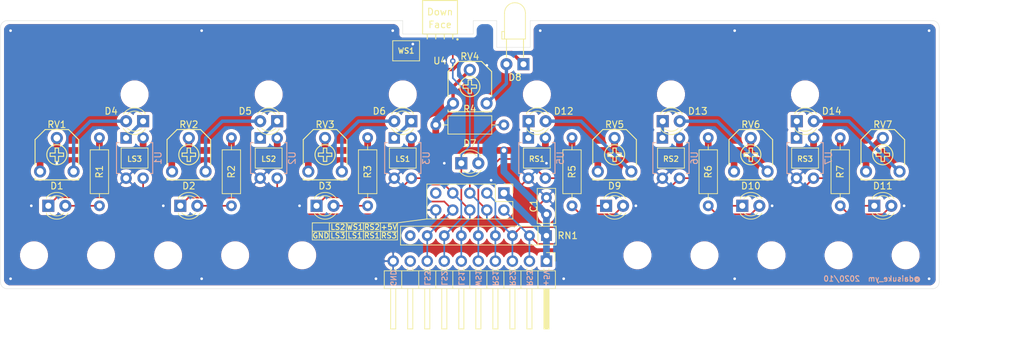
<source format=kicad_pcb>
(kicad_pcb (version 20171130) (host pcbnew "(5.1.6)-1")
  (layers (0 F.Cu signal) (31 B.Cu signal) (34 B.Paste user) (35 F.Paste user) (36 B.SilkS user) (37 F.SilkS user) (38 B.Mask user) (39 F.Mask user) (44 Edge.Cuts user))
  (net 0 "")
  (net 1 +5V)
  (net 2 GND)
  (net 3 "Net-(D1-Pad2)")
  (net 4 /LS3)
  (net 5 /LS2)
  (net 6 "Net-(D2-Pad2)")
  (net 7 /LS1)
  (net 8 "Net-(D3-Pad2)")
  (net 9 "Net-(D4-Pad2)")
  (net 10 "Net-(D4-Pad1)")
  (net 11 "Net-(D5-Pad1)")
  (net 12 "Net-(D5-Pad2)")
  (net 13 "Net-(D6-Pad2)")
  (net 14 "Net-(D6-Pad1)")
  (net 15 /WS1)
  (net 16 "Net-(D7-Pad2)")
  (net 17 "Net-(D8-Pad1)")
  (net 18 "Net-(D8-Pad2)")
  (net 19 /RS1)
  (net 20 "Net-(D9-Pad2)")
  (net 21 "Net-(D10-Pad2)")
  (net 22 "Net-(D11-Pad2)")
  (net 23 /RS3)
  (net 24 "Net-(D12-Pad1)")
  (net 25 "Net-(D12-Pad2)")
  (net 26 "Net-(D13-Pad2)")
  (net 27 "Net-(D13-Pad1)")
  (net 28 "Net-(D14-Pad1)")
  (net 29 "Net-(D14-Pad2)")
  (net 30 /RS2)
  (net 31 "Net-(J1-Pad9)")
  (net 32 "Net-(J2-Pad9)")
  (net 33 "Net-(RN1-Pad9)")
  (module MountingHole:MountingHole_3.2mm_M3 (layer F.Cu) (at 200 91)
    (fp_text reference LH6 hide)
    (fp_text value MountingHole_3.2mm_M3)
    (pad 1 np_thru_hole circle (at 0 0) (size 3.2 3.2) (drill 3.2) (layers *.Cu *.Mask))
  )
  (module MountingHole:MountingHole_3.2mm_M3 (layer F.Cu) (at 180 91)
    (fp_text reference LH5 hide)
    (fp_text value MountingHole_3.2mm_M3)
    (pad 1 np_thru_hole circle (at 0 0) (size 3.2 3.2) (drill 3.2) (layers *.Cu *.Mask))
  )
  (module MountingHole:MountingHole_3.2mm_M3 (layer F.Cu) (at 160 91)
    (fp_text reference LH4 hide)
    (fp_text value MountingHole_3.2mm_M3)
    (pad 1 np_thru_hole circle (at 0 0) (size 3.2 3.2) (drill 3.2) (layers *.Cu *.Mask))
  )
  (module MountingHole:MountingHole_3.2mm_M3 (layer F.Cu) (at 140 91)
    (fp_text reference LH3 hide)
    (fp_text value MountingHole_3.2mm_M3)
    (pad 1 np_thru_hole circle (at 0 0) (size 3.2 3.2) (drill 3.2) (layers *.Cu *.Mask))
  )
  (module MountingHole:MountingHole_3.2mm_M3 (layer F.Cu) (at 120 91)
    (fp_text reference LH2 hide)
    (fp_text value MountingHole_3.2mm_M3)
    (pad 1 np_thru_hole circle (at 0 0) (size 3.2 3.2) (drill 3.2) (layers *.Cu *.Mask))
  )
  (module MountingHole:MountingHole_3.2mm_M3 (layer F.Cu) (at 100 91)
    (fp_text reference LH1 hide)
    (fp_text value MountingHole_3.2mm_M3)
    (pad 1 np_thru_hole circle (at 0 0) (size 3.2 3.2) (drill 3.2) (layers *.Cu *.Mask))
  )
  (module MountingHole:MountingHole_3.2mm_M3 (layer F.Cu) (at 175 115)
    (fp_text reference MH6 hide)
    (fp_text value MountingHole_3.2mm_M3)
    (pad 1 np_thru_hole circle (at 0 0) (size 3.2 3.2) (drill 3.2) (layers *.Cu *.Mask))
  )
  (module MountingHole:MountingHole_3.2mm_M3 (layer F.Cu) (at 185 115)
    (fp_text reference MH7 hide)
    (fp_text value MountingHole_3.2mm_M3)
    (pad 1 np_thru_hole circle (at 0 0) (size 3.2 3.2) (drill 3.2) (layers *.Cu *.Mask))
  )
  (module MountingHole:MountingHole_3.2mm_M3 (layer F.Cu) (at 195 115)
    (fp_text reference MH8 hide)
    (fp_text value MountingHole_3.2mm_M3)
    (pad 1 np_thru_hole circle (at 0 0) (size 3.2 3.2) (drill 3.2) (layers *.Cu *.Mask))
  )
  (module MountingHole:MountingHole_3.2mm_M3 (layer F.Cu) (at 205 115)
    (fp_text reference MH9 hide)
    (fp_text value MountingHole_3.2mm_M3)
    (pad 1 np_thru_hole circle (at 0 0) (size 3.2 3.2) (drill 3.2) (layers *.Cu *.Mask))
  )
  (module MountingHole:MountingHole_3.2mm_M3 (layer F.Cu) (at 215 115)
    (fp_text reference MH10 hide)
    (fp_text value MountingHole_3.2mm_M3)
    (pad 1 np_thru_hole circle (at 0 0) (size 3.2 3.2) (drill 3.2) (layers *.Cu *.Mask))
  )
  (module MountingHole:MountingHole_3.2mm_M3 (layer F.Cu) (at 125 115)
    (fp_text reference MH5 hide)
    (fp_text value MountingHole_3.2mm_M3)
    (pad 1 np_thru_hole circle (at 0 0) (size 3.2 3.2) (drill 3.2) (layers *.Cu *.Mask))
  )
  (module MountingHole:MountingHole_3.2mm_M3 (layer F.Cu) (at 115 115)
    (fp_text reference MH4 hide)
    (fp_text value MountingHole_3.2mm_M3)
    (pad 1 np_thru_hole circle (at 0 0) (size 3.2 3.2) (drill 3.2) (layers *.Cu *.Mask))
  )
  (module MountingHole:MountingHole_3.2mm_M3 (layer F.Cu) (at 105 115)
    (fp_text reference MH3 hide)
    (fp_text value MountingHole_3.2mm_M3)
    (pad 1 np_thru_hole circle (at 0 0) (size 3.2 3.2) (drill 3.2) (layers *.Cu *.Mask))
  )
  (module MountingHole:MountingHole_3.2mm_M3 (layer F.Cu) (at 95 115)
    (fp_text reference MH2 hide)
    (fp_text value MountingHole_3.2mm_M3)
    (pad 1 np_thru_hole circle (at 0 0) (size 3.2 3.2) (drill 3.2) (layers *.Cu *.Mask))
  )
  (module MountingHole:MountingHole_3.2mm_M3 (layer F.Cu) (at 85 115)
    (fp_text reference MH1 hide)
    (fp_text value MountingHole_3.2mm_M3 hide)
    (pad 1 np_thru_hole circle (at 0 0) (size 3.2 3.2) (drill 3.2) (layers *.Cu *.Mask))
  )
  (module Capacitor_THT:C_Disc_D5.0mm_W2.5mm_P2.50mm (layer F.Cu) (at 161.43 108.89 90)
    (fp_text reference C1 (at 1.27 -1.905 90) (layer F.SilkS))
    (fp_text value 0.1u)
    (pad 1 thru_hole circle (at 0 0 90) (size 1.6 1.6) (drill 0.8) (layers *.Cu *.Mask) (net 1 +5V))
    (pad 2 thru_hole circle (at 2.5 0 90) (size 1.6 1.6) (drill 0.8) (layers *.Cu *.Mask) (net 2 GND))
  )
  (module LED_THT:LED_D3.0mm_Clear (layer F.Cu) (at 87.135 107.62)
    (fp_text reference D1 (at 1.27 -2.96) (layer F.SilkS))
    (fp_text value RED)
    (pad 2 thru_hole circle (at 2.54 0) (size 1.8 1.8) (drill 0.9) (layers *.Cu *.Mask) (net 3 "Net-(D1-Pad2)"))
    (pad 1 thru_hole rect (at 0 0) (size 1.8 1.8) (drill 0.9) (layers *.Cu *.Mask) (net 4 /LS3))
  )
  (module LED_THT:LED_D3.0mm_Clear (layer F.Cu) (at 106.82 107.62)
    (fp_text reference D2 (at 1.27 -2.96) (layer F.SilkS))
    (fp_text value BLUE)
    (pad 1 thru_hole rect (at 0 0) (size 1.8 1.8) (drill 0.9) (layers *.Cu *.Mask) (net 5 /LS2))
    (pad 2 thru_hole circle (at 2.54 0) (size 1.8 1.8) (drill 0.9) (layers *.Cu *.Mask) (net 6 "Net-(D2-Pad2)"))
  )
  (module LED_THT:LED_D3.0mm_Clear (layer F.Cu) (at 127.14 107.62)
    (fp_text reference D3 (at 1.27 -2.96) (layer F.SilkS))
    (fp_text value RED)
    (pad 1 thru_hole rect (at 0 0) (size 1.8 1.8) (drill 0.9) (layers *.Cu *.Mask) (net 7 /LS1))
    (pad 2 thru_hole circle (at 2.54 0) (size 1.8 1.8) (drill 0.9) (layers *.Cu *.Mask) (net 8 "Net-(D3-Pad2)"))
  )
  (module LED_THT:LED_D3.0mm_Clear (layer F.Cu) (at 148.73 101.27)
    (fp_text reference D7 (at 1.27 -2.96) (layer F.SilkS))
    (fp_text value YELLOW)
    (pad 1 thru_hole rect (at 0 0) (size 1.8 1.8) (drill 0.9) (layers *.Cu *.Mask) (net 15 /WS1))
    (pad 2 thru_hole circle (at 2.54 0) (size 1.8 1.8) (drill 0.9) (layers *.Cu *.Mask) (net 16 "Net-(D7-Pad2)"))
  )
  (module LED_THT:LED_D3.0mm_Horizontal_O3.81mm_Z6.0mm (layer F.Cu) (at 158 86.5 180)
    (fp_text reference D8 (at 1.27 -1.96) (layer F.SilkS))
    (fp_text value "IR LED")
    (pad 1 thru_hole rect (at 0 0 180) (size 1.8 1.8) (drill 0.9) (layers *.Cu *.Mask) (net 17 "Net-(D8-Pad1)"))
    (pad 2 thru_hole circle (at 2.54 0 180) (size 1.8 1.8) (drill 0.9) (layers *.Cu *.Mask) (net 18 "Net-(D8-Pad2)"))
  )
  (module LED_THT:LED_D3.0mm_Clear (layer F.Cu) (at 170.32 107.62)
    (fp_text reference D9 (at 1.27 -2.96) (layer F.SilkS))
    (fp_text value RED)
    (pad 1 thru_hole rect (at 0 0) (size 1.8 1.8) (drill 0.9) (layers *.Cu *.Mask) (net 19 /RS1))
    (pad 2 thru_hole circle (at 2.54 0) (size 1.8 1.8) (drill 0.9) (layers *.Cu *.Mask) (net 20 "Net-(D9-Pad2)"))
  )
  (module LED_THT:LED_D3.0mm_Clear (layer F.Cu) (at 190.64 107.62)
    (fp_text reference D10 (at 1.27 -2.96) (layer F.SilkS))
    (fp_text value BLUE)
    (pad 2 thru_hole circle (at 2.54 0) (size 1.8 1.8) (drill 0.9) (layers *.Cu *.Mask) (net 21 "Net-(D10-Pad2)"))
    (pad 1 thru_hole rect (at 0 0) (size 1.8 1.8) (drill 0.9) (layers *.Cu *.Mask) (net 30 /RS2))
  )
  (module LED_THT:LED_D3.0mm_Clear (layer F.Cu) (at 210.325 107.62)
    (fp_text reference D11 (at 1.27 -2.96) (layer F.SilkS))
    (fp_text value RED)
    (pad 2 thru_hole circle (at 2.54 0) (size 1.8 1.8) (drill 0.9) (layers *.Cu *.Mask) (net 22 "Net-(D11-Pad2)"))
    (pad 1 thru_hole rect (at 0 0) (size 1.8 1.8) (drill 0.9) (layers *.Cu *.Mask) (net 23 /RS3))
  )
  (module Connector_PinHeader_2.54mm:PinHeader_2x05_P2.54mm_Vertical (layer F.Cu) (at 155.08 105.715 270)
    (fp_text reference J1 hide)
    (fp_text value Conn_02x05_Odd_Even)
    (pad 1 thru_hole rect (at 0 0 270) (size 1.7 1.7) (drill 1) (layers *.Cu *.Mask) (net 1 +5V))
    (pad 2 thru_hole oval (at 2.54 0 270) (size 1.7 1.7) (drill 1) (layers *.Cu *.Mask) (net 23 /RS3))
    (pad 3 thru_hole oval (at 0 2.54 270) (size 1.7 1.7) (drill 1) (layers *.Cu *.Mask) (net 30 /RS2))
    (pad 4 thru_hole oval (at 2.54 2.54 270) (size 1.7 1.7) (drill 1) (layers *.Cu *.Mask) (net 19 /RS1))
    (pad 5 thru_hole oval (at 0 5.08 270) (size 1.7 1.7) (drill 1) (layers *.Cu *.Mask) (net 15 /WS1))
    (pad 6 thru_hole oval (at 2.54 5.08 270) (size 1.7 1.7) (drill 1) (layers *.Cu *.Mask) (net 7 /LS1))
    (pad 7 thru_hole oval (at 0 7.62 270) (size 1.7 1.7) (drill 1) (layers *.Cu *.Mask) (net 5 /LS2))
    (pad 8 thru_hole oval (at 2.54 7.62 270) (size 1.7 1.7) (drill 1) (layers *.Cu *.Mask) (net 4 /LS3))
    (pad 9 thru_hole oval (at 0 10.16 270) (size 1.7 1.7) (drill 1) (layers *.Cu *.Mask) (net 31 "Net-(J1-Pad9)"))
    (pad 10 thru_hole oval (at 2.54 10.16 270) (size 1.7 1.7) (drill 1) (layers *.Cu *.Mask) (net 2 GND))
  )
  (module Connector_PinHeader_2.54mm:PinHeader_1x10_P2.54mm_Horizontal (layer F.Cu) (at 161.43 115.875 270)
    (fp_text reference J2 hide)
    (fp_text value Conn_01x10_Male)
    (pad 1 thru_hole rect (at 0 0 270) (size 1.7 1.7) (drill 1) (layers *.Cu *.Mask) (net 1 +5V))
    (pad 2 thru_hole oval (at 0 2.54 270) (size 1.7 1.7) (drill 1) (layers *.Cu *.Mask) (net 23 /RS3))
    (pad 3 thru_hole oval (at 0 5.08 270) (size 1.7 1.7) (drill 1) (layers *.Cu *.Mask) (net 30 /RS2))
    (pad 4 thru_hole oval (at 0 7.62 270) (size 1.7 1.7) (drill 1) (layers *.Cu *.Mask) (net 19 /RS1))
    (pad 5 thru_hole oval (at 0 10.16 270) (size 1.7 1.7) (drill 1) (layers *.Cu *.Mask) (net 15 /WS1))
    (pad 6 thru_hole oval (at 0 12.7 270) (size 1.7 1.7) (drill 1) (layers *.Cu *.Mask) (net 7 /LS1))
    (pad 7 thru_hole oval (at 0 15.24 270) (size 1.7 1.7) (drill 1) (layers *.Cu *.Mask) (net 5 /LS2))
    (pad 8 thru_hole oval (at 0 17.78 270) (size 1.7 1.7) (drill 1) (layers *.Cu *.Mask) (net 4 /LS3))
    (pad 9 thru_hole oval (at 0 20.32 270) (size 1.7 1.7) (drill 1) (layers *.Cu *.Mask) (net 32 "Net-(J2-Pad9)"))
    (pad 10 thru_hole oval (at 0 22.86 270) (size 1.7 1.7) (drill 1) (layers *.Cu *.Mask) (net 2 GND))
  )
  (module Resistor_THT:R_Axial_DIN0207_L6.3mm_D2.5mm_P10.16mm_Horizontal (layer F.Cu) (at 94.755 97.46 270)
    (fp_text reference R1 (at 5.08 0 90) (layer F.SilkS))
    (fp_text value 1k)
    (pad 2 thru_hole oval (at 10.16 0 270) (size 1.6 1.6) (drill 0.8) (layers *.Cu *.Mask) (net 3 "Net-(D1-Pad2)"))
    (pad 1 thru_hole circle (at 0 0 270) (size 1.6 1.6) (drill 0.8) (layers *.Cu *.Mask) (net 1 +5V))
  )
  (module Resistor_THT:R_Axial_DIN0207_L6.3mm_D2.5mm_P10.16mm_Horizontal (layer F.Cu) (at 114.44 97.46 270)
    (fp_text reference R2 (at 5.08 0 90) (layer F.SilkS))
    (fp_text value 1k)
    (pad 1 thru_hole circle (at 0 0 270) (size 1.6 1.6) (drill 0.8) (layers *.Cu *.Mask) (net 1 +5V))
    (pad 2 thru_hole oval (at 10.16 0 270) (size 1.6 1.6) (drill 0.8) (layers *.Cu *.Mask) (net 6 "Net-(D2-Pad2)"))
  )
  (module Resistor_THT:R_Axial_DIN0207_L6.3mm_D2.5mm_P10.16mm_Horizontal (layer F.Cu) (at 134.76 97.46 270)
    (fp_text reference R3 (at 5.08 0 90) (layer F.SilkS))
    (fp_text value 1k)
    (pad 1 thru_hole circle (at 0 0 270) (size 1.6 1.6) (drill 0.8) (layers *.Cu *.Mask) (net 1 +5V))
    (pad 2 thru_hole oval (at 10.16 0 270) (size 1.6 1.6) (drill 0.8) (layers *.Cu *.Mask) (net 8 "Net-(D3-Pad2)"))
  )
  (module Resistor_THT:R_Axial_DIN0207_L6.3mm_D2.5mm_P10.16mm_Horizontal (layer F.Cu) (at 144.92 95.555)
    (fp_text reference R4 (at 5.08 -2.37) (layer F.SilkS))
    (fp_text value 1k)
    (pad 2 thru_hole oval (at 10.16 0) (size 1.6 1.6) (drill 0.8) (layers *.Cu *.Mask) (net 16 "Net-(D7-Pad2)"))
    (pad 1 thru_hole circle (at 0 0) (size 1.6 1.6) (drill 0.8) (layers *.Cu *.Mask) (net 1 +5V))
  )
  (module Resistor_THT:R_Axial_DIN0207_L6.3mm_D2.5mm_P10.16mm_Horizontal (layer F.Cu) (at 165.24 97.46 270)
    (fp_text reference R5 (at 5.08 0 90) (layer F.SilkS))
    (fp_text value 1k)
    (pad 2 thru_hole oval (at 10.16 0 270) (size 1.6 1.6) (drill 0.8) (layers *.Cu *.Mask) (net 20 "Net-(D9-Pad2)"))
    (pad 1 thru_hole circle (at 0 0 270) (size 1.6 1.6) (drill 0.8) (layers *.Cu *.Mask) (net 1 +5V))
  )
  (module Resistor_THT:R_Axial_DIN0207_L6.3mm_D2.5mm_P10.16mm_Horizontal (layer F.Cu) (at 185.56 97.46 270)
    (fp_text reference R6 (at 5.08 0 90) (layer F.SilkS))
    (fp_text value 1k)
    (pad 1 thru_hole circle (at 0 0 270) (size 1.6 1.6) (drill 0.8) (layers *.Cu *.Mask) (net 1 +5V))
    (pad 2 thru_hole oval (at 10.16 0 270) (size 1.6 1.6) (drill 0.8) (layers *.Cu *.Mask) (net 21 "Net-(D10-Pad2)"))
  )
  (module Resistor_THT:R_Axial_DIN0207_L6.3mm_D2.5mm_P10.16mm_Horizontal (layer F.Cu) (at 205.245 97.46 270)
    (fp_text reference R7 (at 5.08 0 90) (layer F.SilkS))
    (fp_text value 1k)
    (pad 1 thru_hole circle (at 0 0 270) (size 1.6 1.6) (drill 0.8) (layers *.Cu *.Mask) (net 1 +5V))
    (pad 2 thru_hole oval (at 10.16 0 270) (size 1.6 1.6) (drill 0.8) (layers *.Cu *.Mask) (net 22 "Net-(D11-Pad2)"))
  )
  (module Resistor_THT:R_Array_SIP9 (layer F.Cu) (at 161.43 112.065 180)
    (fp_text reference RN1 (at -3.175 0) (layer F.SilkS))
    (fp_text value 10k)
    (pad 1 thru_hole rect (at 0 0 180) (size 1.6 1.6) (drill 0.8) (layers *.Cu *.Mask) (net 1 +5V))
    (pad 2 thru_hole oval (at 2.54 0 180) (size 1.6 1.6) (drill 0.8) (layers *.Cu *.Mask) (net 23 /RS3))
    (pad 3 thru_hole oval (at 5.08 0 180) (size 1.6 1.6) (drill 0.8) (layers *.Cu *.Mask) (net 30 /RS2))
    (pad 4 thru_hole oval (at 7.62 0 180) (size 1.6 1.6) (drill 0.8) (layers *.Cu *.Mask) (net 19 /RS1))
    (pad 5 thru_hole oval (at 10.16 0 180) (size 1.6 1.6) (drill 0.8) (layers *.Cu *.Mask) (net 15 /WS1))
    (pad 6 thru_hole oval (at 12.7 0 180) (size 1.6 1.6) (drill 0.8) (layers *.Cu *.Mask) (net 7 /LS1))
    (pad 7 thru_hole oval (at 15.24 0 180) (size 1.6 1.6) (drill 0.8) (layers *.Cu *.Mask) (net 5 /LS2))
    (pad 8 thru_hole oval (at 17.78 0 180) (size 1.6 1.6) (drill 0.8) (layers *.Cu *.Mask) (net 4 /LS3))
    (pad 9 thru_hole oval (at 20.32 0 180) (size 1.6 1.6) (drill 0.8) (layers *.Cu *.Mask) (net 33 "Net-(RN1-Pad9)"))
  )
  (module MyLib:TSR-065 (layer F.Cu) (at 88.405 100)
    (fp_text reference RV1 (at 0 -4.5) (layer F.SilkS))
    (fp_text value 4K7 hide)
    (pad 1 thru_hole circle (at -2.5 2.5) (size 1.8 1.8) (drill 1) (layers *.Cu *.Mask) (net 1 +5V))
    (pad 2 thru_hole circle (at 0 -2.5) (size 1.8 1.8) (drill 1) (layers *.Cu *.Mask) (net 1 +5V))
    (pad 3 thru_hole circle (at 2.5 2.5) (size 1.8 1.8) (drill 1) (layers *.Cu *.Mask) (net 9 "Net-(D4-Pad2)"))
  )
  (module MyLib:TSR-065 (layer F.Cu) (at 108.09 100)
    (fp_text reference RV2 (at 0 -4.5) (layer F.SilkS))
    (fp_text value 4K7 hide)
    (pad 1 thru_hole circle (at -2.5 2.5) (size 1.8 1.8) (drill 1) (layers *.Cu *.Mask) (net 1 +5V))
    (pad 2 thru_hole circle (at 0 -2.5) (size 1.8 1.8) (drill 1) (layers *.Cu *.Mask) (net 1 +5V))
    (pad 3 thru_hole circle (at 2.5 2.5) (size 1.8 1.8) (drill 1) (layers *.Cu *.Mask) (net 12 "Net-(D5-Pad2)"))
  )
  (module MyLib:TSR-065 (layer F.Cu) (at 128.41 100)
    (fp_text reference RV3 (at 0 -4.5) (layer F.SilkS))
    (fp_text value 4K7 hide)
    (pad 3 thru_hole circle (at 2.5 2.5) (size 1.8 1.8) (drill 1) (layers *.Cu *.Mask) (net 13 "Net-(D6-Pad2)"))
    (pad 2 thru_hole circle (at 0 -2.5) (size 1.8 1.8) (drill 1) (layers *.Cu *.Mask) (net 1 +5V))
    (pad 1 thru_hole circle (at -2.5 2.5) (size 1.8 1.8) (drill 1) (layers *.Cu *.Mask) (net 1 +5V))
  )
  (module MyLib:TSR-065 (layer F.Cu) (at 150 89.84)
    (fp_text reference RV4 (at 0 -4.5) (layer F.SilkS))
    (fp_text value 4K7 hide)
    (pad 3 thru_hole circle (at 2.5 2.5) (size 1.8 1.8) (drill 1) (layers *.Cu *.Mask) (net 18 "Net-(D8-Pad2)"))
    (pad 2 thru_hole circle (at 0 -2.5) (size 1.8 1.8) (drill 1) (layers *.Cu *.Mask) (net 1 +5V))
    (pad 1 thru_hole circle (at -2.5 2.5) (size 1.8 1.8) (drill 1) (layers *.Cu *.Mask) (net 1 +5V))
  )
  (module MyLib:TSR-065 (layer F.Cu) (at 171.59 100)
    (fp_text reference RV5 (at 0 -4.5) (layer F.SilkS))
    (fp_text value 4K7 hide)
    (pad 1 thru_hole circle (at -2.5 2.5) (size 1.8 1.8) (drill 1) (layers *.Cu *.Mask) (net 1 +5V))
    (pad 2 thru_hole circle (at 0 -2.5) (size 1.8 1.8) (drill 1) (layers *.Cu *.Mask) (net 1 +5V))
    (pad 3 thru_hole circle (at 2.5 2.5) (size 1.8 1.8) (drill 1) (layers *.Cu *.Mask) (net 25 "Net-(D12-Pad2)"))
  )
  (module MyLib:TSR-065 (layer F.Cu) (at 191.91 100)
    (fp_text reference RV6 (at 0 -4.5) (layer F.SilkS))
    (fp_text value 4K7 hide)
    (pad 3 thru_hole circle (at 2.5 2.5) (size 1.8 1.8) (drill 1) (layers *.Cu *.Mask) (net 26 "Net-(D13-Pad2)"))
    (pad 2 thru_hole circle (at 0 -2.5) (size 1.8 1.8) (drill 1) (layers *.Cu *.Mask) (net 1 +5V))
    (pad 1 thru_hole circle (at -2.5 2.5) (size 1.8 1.8) (drill 1) (layers *.Cu *.Mask) (net 1 +5V))
  )
  (module MyLib:TSR-065 (layer F.Cu) (at 211.595 100)
    (fp_text reference RV7 (at 0 -4.5) (layer F.SilkS))
    (fp_text value 4K7 hide)
    (pad 1 thru_hole circle (at -2.5 2.5) (size 1.8 1.8) (drill 1) (layers *.Cu *.Mask) (net 1 +5V))
    (pad 2 thru_hole circle (at 0 -2.5) (size 1.8 1.8) (drill 1) (layers *.Cu *.Mask) (net 1 +5V))
    (pad 3 thru_hole circle (at 2.5 2.5) (size 1.8 1.8) (drill 1) (layers *.Cu *.Mask) (net 29 "Net-(D14-Pad2)"))
  )
  (module MyLib:S7136 (layer B.Cu) (at 100 100.5 270)
    (fp_text reference U1 (at 0 -3.5 90) (layer B.SilkS) (effects (justify mirror)))
    (fp_text value S7136)
    (pad 4 thru_hole circle (at 3 1.27 270) (size 1.7 1.7) (drill 0.9) (layers *.Cu *.Mask) (net 2 GND))
    (pad 3 thru_hole circle (at 3 -1.27 270) (size 1.7 1.7) (drill 0.9) (layers *.Cu *.Mask) (net 4 /LS3))
    (pad 2 thru_hole circle (at -3 -1.27 270) (size 1.7 1.7) (drill 0.9) (layers *.Cu *.Mask) (net 1 +5V))
    (pad 1 thru_hole rect (at -3 1.27 270) (size 1.7 1.7) (drill 0.9) (layers *.Cu *.Mask) (net 10 "Net-(D4-Pad1)"))
  )
  (module MyLib:S7136 (layer B.Cu) (at 120 100.5 270)
    (fp_text reference U2 (at 0 -3.5 90) (layer B.SilkS) (effects (justify mirror)))
    (fp_text value S7136)
    (pad 1 thru_hole rect (at -3 1.27 270) (size 1.7 1.7) (drill 0.9) (layers *.Cu *.Mask) (net 11 "Net-(D5-Pad1)"))
    (pad 2 thru_hole circle (at -3 -1.27 270) (size 1.7 1.7) (drill 0.9) (layers *.Cu *.Mask) (net 1 +5V))
    (pad 3 thru_hole circle (at 3 -1.27 270) (size 1.7 1.7) (drill 0.9) (layers *.Cu *.Mask) (net 5 /LS2))
    (pad 4 thru_hole circle (at 3 1.27 270) (size 1.7 1.7) (drill 0.9) (layers *.Cu *.Mask) (net 2 GND))
  )
  (module MyLib:S7136 (layer B.Cu) (at 140 100.5 270)
    (fp_text reference U3 (at 0 -3.5 90) (layer B.SilkS) (effects (justify mirror)))
    (fp_text value S7136)
    (pad 4 thru_hole circle (at 3 1.27 270) (size 1.7 1.7) (drill 0.9) (layers *.Cu *.Mask) (net 2 GND))
    (pad 3 thru_hole circle (at 3 -1.27 270) (size 1.7 1.7) (drill 0.9) (layers *.Cu *.Mask) (net 7 /LS1))
    (pad 2 thru_hole circle (at -3 -1.27 270) (size 1.7 1.7) (drill 0.9) (layers *.Cu *.Mask) (net 1 +5V))
    (pad 1 thru_hole rect (at -3 1.27 270) (size 1.7 1.7) (drill 0.9) (layers *.Cu *.Mask) (net 14 "Net-(D6-Pad1)"))
  )
  (module MyLib:S6809_Horizontal_Facedown (layer F.Cu) (at 145.555 84 180)
    (fp_text reference U4 (at 0 -2) (layer F.SilkS))
    (fp_text value S6809)
    (fp_text user Face (at 0 3.4) (layer F.SilkS))
    (fp_text user Down (at 0 5.3) (layer F.SilkS))
    (pad 1 smd rect (at -1.905 0 180) (size 1 2) (layers F.Cu F.Paste F.Mask) (net 15 /WS1))
    (pad 2 smd rect (at -0.635 0 180) (size 1 2) (layers F.Cu F.Paste F.Mask) (net 2 GND))
    (pad 3 smd rect (at 0.635 0 180) (size 1 2) (layers F.Cu F.Paste F.Mask) (net 17 "Net-(D8-Pad1)"))
    (pad 4 smd rect (at 1.905 0 180) (size 1 2) (layers F.Cu F.Paste F.Mask) (net 1 +5V))
  )
  (module MyLib:S7136 (layer B.Cu) (at 160 100.5 270)
    (fp_text reference U5 (at 0 -3.5 90) (layer B.SilkS) (effects (justify mirror)))
    (fp_text value S7136)
    (pad 1 thru_hole rect (at -3 1.27 270) (size 1.7 1.7) (drill 0.9) (layers *.Cu *.Mask) (net 24 "Net-(D12-Pad1)"))
    (pad 2 thru_hole circle (at -3 -1.27 270) (size 1.7 1.7) (drill 0.9) (layers *.Cu *.Mask) (net 1 +5V))
    (pad 3 thru_hole circle (at 3 -1.27 270) (size 1.7 1.7) (drill 0.9) (layers *.Cu *.Mask) (net 19 /RS1))
    (pad 4 thru_hole circle (at 3 1.27 270) (size 1.7 1.7) (drill 0.9) (layers *.Cu *.Mask) (net 2 GND))
  )
  (module MyLib:S7136 (layer B.Cu) (at 180 100.5 270)
    (fp_text reference U6 (at 0 -3.5 90) (layer B.SilkS) (effects (justify mirror)))
    (fp_text value S7136)
    (pad 1 thru_hole rect (at -3 1.27 270) (size 1.7 1.7) (drill 0.9) (layers *.Cu *.Mask) (net 27 "Net-(D13-Pad1)"))
    (pad 2 thru_hole circle (at -3 -1.27 270) (size 1.7 1.7) (drill 0.9) (layers *.Cu *.Mask) (net 1 +5V))
    (pad 3 thru_hole circle (at 3 -1.27 270) (size 1.7 1.7) (drill 0.9) (layers *.Cu *.Mask) (net 30 /RS2))
    (pad 4 thru_hole circle (at 3 1.27 270) (size 1.7 1.7) (drill 0.9) (layers *.Cu *.Mask) (net 2 GND))
  )
  (module MyLib:S7136 (layer B.Cu) (at 200 100.5 270)
    (fp_text reference U7 (at 0 -3.5 90) (layer B.SilkS) (effects (justify mirror)))
    (fp_text value S7136)
    (pad 4 thru_hole circle (at 3 1.27 270) (size 1.7 1.7) (drill 0.9) (layers *.Cu *.Mask) (net 2 GND))
    (pad 3 thru_hole circle (at 3 -1.27 270) (size 1.7 1.7) (drill 0.9) (layers *.Cu *.Mask) (net 23 /RS3))
    (pad 2 thru_hole circle (at -3 -1.27 270) (size 1.7 1.7) (drill 0.9) (layers *.Cu *.Mask) (net 1 +5V))
    (pad 1 thru_hole rect (at -3 1.27 270) (size 1.7 1.7) (drill 0.9) (layers *.Cu *.Mask) (net 28 "Net-(D14-Pad1)"))
  )
  (module LED_THT:LED_D3.0mm_Clear (layer F.Cu) (at 101.27 95 180)
    (fp_text reference D4 (at 4.77 1.5) (layer F.SilkS))
    (fp_text value "IR LED")
    (pad 2 thru_hole circle (at 2.54 0 180) (size 1.8 1.8) (drill 0.9) (layers *.Cu *.Mask) (net 9 "Net-(D4-Pad2)"))
    (pad 1 thru_hole rect (at 0 0 180) (size 1.8 1.8) (drill 0.9) (layers *.Cu *.Mask) (net 10 "Net-(D4-Pad1)"))
  )
  (module LED_THT:LED_D3.0mm_Clear (layer F.Cu) (at 121.27 95 180)
    (fp_text reference D5 (at 4.77 1.5) (layer F.SilkS))
    (fp_text value "IR LED")
    (pad 1 thru_hole rect (at 0 0 180) (size 1.8 1.8) (drill 0.9) (layers *.Cu *.Mask) (net 11 "Net-(D5-Pad1)"))
    (pad 2 thru_hole circle (at 2.54 0 180) (size 1.8 1.8) (drill 0.9) (layers *.Cu *.Mask) (net 12 "Net-(D5-Pad2)"))
  )
  (module LED_THT:LED_D3.0mm_Clear (layer F.Cu) (at 141.27 95 180)
    (fp_text reference D6 (at 4.77 1.5) (layer F.SilkS))
    (fp_text value "IR LED")
    (pad 1 thru_hole rect (at 0 0 180) (size 1.8 1.8) (drill 0.9) (layers *.Cu *.Mask) (net 14 "Net-(D6-Pad1)"))
    (pad 2 thru_hole circle (at 2.54 0 180) (size 1.8 1.8) (drill 0.9) (layers *.Cu *.Mask) (net 13 "Net-(D6-Pad2)"))
  )
  (module LED_THT:LED_D3.0mm_Clear (layer F.Cu) (at 158.77 95)
    (fp_text reference D12 (at 5.23 -1.5) (layer F.SilkS))
    (fp_text value "IR LED")
    (pad 2 thru_hole circle (at 2.54 0) (size 1.8 1.8) (drill 0.9) (layers *.Cu *.Mask) (net 25 "Net-(D12-Pad2)"))
    (pad 1 thru_hole rect (at 0 0) (size 1.8 1.8) (drill 0.9) (layers *.Cu *.Mask) (net 24 "Net-(D12-Pad1)"))
  )
  (module LED_THT:LED_D3.0mm_Clear (layer F.Cu) (at 178.77 95)
    (fp_text reference D13 (at 5.23 -1.5) (layer F.SilkS))
    (fp_text value "IR LED")
    (pad 2 thru_hole circle (at 2.54 0) (size 1.8 1.8) (drill 0.9) (layers *.Cu *.Mask) (net 26 "Net-(D13-Pad2)"))
    (pad 1 thru_hole rect (at 0 0) (size 1.8 1.8) (drill 0.9) (layers *.Cu *.Mask) (net 27 "Net-(D13-Pad1)"))
  )
  (module LED_THT:LED_D3.0mm_Clear (layer F.Cu) (at 198.77 95)
    (fp_text reference D14 (at 5.205 -1.5) (layer F.SilkS))
    (fp_text value "IR LED")
    (pad 1 thru_hole rect (at 0 0) (size 1.8 1.8) (drill 0.9) (layers *.Cu *.Mask) (net 28 "Net-(D14-Pad1)"))
    (pad 2 thru_hole circle (at 2.54 0) (size 1.8 1.8) (drill 0.9) (layers *.Cu *.Mask) (net 29 "Net-(D14-Pad2)"))
  )
  (gr_text "@daisuke_ym  2020/10" (at 210 118.5) (layer B.SilkS) (effects (font (size 0.8 0.8)) (justify mirror)))
  (gr_line (start 138.5 86) (end 138.5 83) (layer F.SilkS) (width 0.12))
  (gr_line (start 142.5 86) (end 138.5 86) (layer F.SilkS) (width 0.12))
  (gr_line (start 142.5 83) (end 142.5 86) (layer F.SilkS) (width 0.12))
  (gr_line (start 138.5 83) (end 142.5 83) (layer F.SilkS) (width 0.12))
  (gr_line (start 198 102) (end 198 99) (layer F.SilkS) (width 0.12))
  (gr_line (start 202 102) (end 198 102) (layer F.SilkS) (width 0.12))
  (gr_line (start 202 99) (end 202 102) (layer F.SilkS) (width 0.12))
  (gr_line (start 198 99) (end 202 99) (layer F.SilkS) (width 0.12))
  (gr_line (start 178 102) (end 178 99) (layer F.SilkS) (width 0.12))
  (gr_line (start 182 102) (end 178 102) (layer F.SilkS) (width 0.12))
  (gr_line (start 182 99) (end 182 102) (layer F.SilkS) (width 0.12))
  (gr_line (start 178 99) (end 182 99) (layer F.SilkS) (width 0.12))
  (gr_line (start 158 102) (end 158 99) (layer F.SilkS) (width 0.12))
  (gr_line (start 162 102) (end 158 102) (layer F.SilkS) (width 0.12))
  (gr_line (start 162 99) (end 162 102) (layer F.SilkS) (width 0.12))
  (gr_line (start 158 99) (end 162 99) (layer F.SilkS) (width 0.12))
  (gr_line (start 138 102) (end 138 99) (layer F.SilkS) (width 0.12))
  (gr_line (start 142 102) (end 138 102) (layer F.SilkS) (width 0.12))
  (gr_line (start 142 99) (end 142 102) (layer F.SilkS) (width 0.12))
  (gr_line (start 138 99) (end 142 99) (layer F.SilkS) (width 0.12))
  (gr_line (start 118 102) (end 118 99) (layer F.SilkS) (width 0.12))
  (gr_line (start 122 102) (end 118 102) (layer F.SilkS) (width 0.12))
  (gr_line (start 122 99) (end 122 102) (layer F.SilkS) (width 0.12))
  (gr_line (start 118 99) (end 122 99) (layer F.SilkS) (width 0.12))
  (gr_line (start 98 102) (end 98 99) (layer F.SilkS) (width 0.12))
  (gr_line (start 102 102) (end 98 102) (layer F.SilkS) (width 0.12))
  (gr_line (start 102 99) (end 102 102) (layer F.SilkS) (width 0.12))
  (gr_line (start 98 99) (end 102 99) (layer F.SilkS) (width 0.12))
  (gr_line (start 139.205 110.16) (end 143.59 109.585) (layer F.SilkS) (width 0.12))
  (gr_line (start 129.045 110.16) (end 129.045 112.7) (layer F.SilkS) (width 0.12))
  (gr_line (start 131.585 110.16) (end 131.585 112.7) (layer F.SilkS) (width 0.12))
  (gr_line (start 134.125 110.16) (end 134.125 112.7) (layer F.SilkS) (width 0.12))
  (gr_line (start 136.665 110.16) (end 136.665 112.7) (layer F.SilkS) (width 0.12))
  (gr_line (start 126.505 111.43) (end 139.205 111.43) (layer F.SilkS) (width 0.12))
  (gr_line (start 139.205 112.7) (end 139.205 110.16) (layer F.SilkS) (width 0.12))
  (gr_line (start 126.505 112.7) (end 139.205 112.7) (layer F.SilkS) (width 0.12))
  (gr_line (start 126.505 110.16) (end 126.505 112.7) (layer F.SilkS) (width 0.12))
  (gr_line (start 139.205 110.16) (end 126.505 110.16) (layer F.SilkS) (width 0.12))
  (gr_text GND (at 127.775 112.065) (layer F.SilkS) (effects (font (size 0.8 0.8))))
  (gr_text LS3 (at 130.315 112.065) (layer F.SilkS) (effects (font (size 0.8 0.8))))
  (gr_text LS2 (at 130.315 110.795) (layer F.SilkS) (effects (font (size 0.8 0.8))))
  (gr_text LS1 (at 132.855 112.065) (layer F.SilkS) (effects (font (size 0.8 0.8))))
  (gr_text WS1 (at 132.855 110.795) (layer F.SilkS) (effects (font (size 0.8 0.8))))
  (gr_text RS1 (at 135.395 112.065) (layer F.SilkS) (effects (font (size 0.8 0.8))))
  (gr_text RS2 (at 135.395 110.795) (layer F.SilkS) (effects (font (size 0.8 0.8))))
  (gr_text RS3 (at 137.935 112.065) (layer F.SilkS) (effects (font (size 0.8 0.8))))
  (gr_text +5V (at 137.935 110.795) (layer F.SilkS) (effects (font (size 0.8 0.8))))
  (gr_text RS3 (at 200 100.635) (layer F.SilkS) (effects (font (size 0.8 0.8))))
  (gr_text RS2 (at 180 100.635) (layer F.SilkS) (effects (font (size 0.8 0.8))))
  (gr_text RS1 (at 160 100.635) (layer F.SilkS) (effects (font (size 0.8 0.8))))
  (gr_text LS1 (at 140 100.635) (layer F.SilkS) (effects (font (size 0.8 0.8))))
  (gr_text LS2 (at 120 100.635) (layer F.SilkS) (effects (font (size 0.8 0.8))))
  (gr_text LS3 (at 100 100.635) (layer F.SilkS) (effects (font (size 0.8 0.8))))
  (gr_text WS1 (at 140.5 84.5) (layer F.SilkS) (effects (font (size 0.8 0.8))))
  (gr_text LS3 (at 143.65 118.415 270) (layer B.SilkS) (effects (font (size 0.8 0.8)) (justify mirror)))
  (gr_text LS2 (at 146.19 118.415 270) (layer B.SilkS) (effects (font (size 0.8 0.8)) (justify mirror)))
  (gr_text LS1 (at 148.73 118.415 270) (layer B.SilkS) (effects (font (size 0.8 0.8)) (justify mirror)))
  (gr_text WS1 (at 151.27 118.415 270) (layer B.SilkS) (effects (font (size 0.8 0.8)) (justify mirror)))
  (gr_text RS1 (at 153.81 118.415 270) (layer B.SilkS) (effects (font (size 0.8 0.8)) (justify mirror)))
  (gr_text RS2 (at 156.35 118.415 270) (layer B.SilkS) (effects (font (size 0.8 0.8)) (justify mirror)))
  (gr_text RS3 (at 158.89 118.415 270) (layer B.SilkS) (effects (font (size 0.8 0.8)) (justify mirror)))
  (gr_text +5V (at 161.43 118.415 270) (layer B.SilkS) (effects (font (size 0.8 0.8)) (justify mirror)))
  (gr_text GND (at 138.57 118.415 270) (layer B.SilkS) (effects (font (size 0.8 0.8)) (justify mirror)))
  (gr_arc (start 219 81) (end 220 81) (angle -90) (layer Edge.Cuts) (width 0.05))
  (gr_line (start 159 80) (end 219 80) (layer Edge.Cuts) (width 0.05))
  (gr_line (start 150.5 80) (end 154 80) (layer Edge.Cuts) (width 0.05))
  (gr_arc (start 81 81) (end 81 80) (angle -90) (layer Edge.Cuts) (width 0.05))
  (gr_line (start 140 80) (end 81 80) (layer Edge.Cuts) (width 0.05))
  (gr_line (start 150.5 82) (end 150.5 80) (layer Edge.Cuts) (width 0.05))
  (gr_line (start 140 82) (end 150.5 82) (layer Edge.Cuts) (width 0.05))
  (gr_line (start 140 80) (end 140 82) (layer Edge.Cuts) (width 0.05))
  (gr_line (start 159 84) (end 159 80) (layer Edge.Cuts) (width 0.05))
  (gr_line (start 154 84) (end 159 84) (layer Edge.Cuts) (width 0.05))
  (gr_line (start 154 80) (end 154 84) (layer Edge.Cuts) (width 0.05))
  (gr_arc (start 81 119) (end 80 119) (angle -90) (layer Edge.Cuts) (width 0.05))
  (gr_arc (start 219 119) (end 219 120) (angle -90) (layer Edge.Cuts) (width 0.05))
  (gr_line (start 80 81) (end 80 119) (layer Edge.Cuts) (width 0.05))
  (gr_line (start 220 119) (end 220 81) (layer Edge.Cuts) (width 0.05))
  (gr_line (start 81 120) (end 219 120) (layer Edge.Cuts) (width 0.05))
  (via (at 155.08 99.365) (size 1.2) (drill 0.7) (layers F.Cu B.Cu) (net 1))
  (segment (start 88.405 99.365) (end 88.405 97.5) (width 1) (layer F.Cu) (net 1))
  (segment (start 94.755 97.46) (end 94.755 99.365) (width 1) (layer F.Cu) (net 1))
  (segment (start 88.405 99.365) (end 94.755 99.365) (width 1) (layer F.Cu) (net 1))
  (segment (start 101.27 97.5) (end 101.27 99.2) (width 1) (layer F.Cu) (net 1))
  (segment (start 94.755 99.365) (end 101.105 99.365) (width 1) (layer F.Cu) (net 1))
  (segment (start 101.27 99.2) (end 101.105 99.365) (width 1) (layer F.Cu) (net 1))
  (segment (start 105.55 102.46) (end 105.59 102.5) (width 1) (layer F.Cu) (net 1))
  (segment (start 105.55 99.365) (end 105.55 102.46) (width 1) (layer F.Cu) (net 1))
  (segment (start 101.105 99.365) (end 105.55 99.365) (width 1) (layer F.Cu) (net 1))
  (segment (start 108.09 97.5) (end 108.09 99.365) (width 1) (layer F.Cu) (net 1))
  (segment (start 105.55 99.365) (end 108.09 99.365) (width 1) (layer F.Cu) (net 1))
  (segment (start 114.44 97.46) (end 114.44 99.365) (width 1) (layer F.Cu) (net 1))
  (segment (start 108.09 99.365) (end 114.44 99.365) (width 1) (layer F.Cu) (net 1))
  (segment (start 121.27 97.5) (end 121.27 99.21) (width 1) (layer F.Cu) (net 1))
  (segment (start 121.27 99.21) (end 121.425 99.365) (width 1) (layer F.Cu) (net 1))
  (segment (start 114.44 99.365) (end 121.425 99.365) (width 1) (layer F.Cu) (net 1))
  (segment (start 125.91 99.405) (end 125.87 99.365) (width 1) (layer F.Cu) (net 1))
  (segment (start 125.91 102.5) (end 125.91 99.405) (width 1) (layer F.Cu) (net 1))
  (segment (start 121.425 99.365) (end 125.87 99.365) (width 1) (layer F.Cu) (net 1))
  (segment (start 128.41 97.5) (end 128.41 99.365) (width 1) (layer F.Cu) (net 1))
  (segment (start 125.87 99.365) (end 128.41 99.365) (width 1) (layer F.Cu) (net 1))
  (segment (start 134.76 97.46) (end 134.76 99.365) (width 1) (layer F.Cu) (net 1))
  (segment (start 128.41 99.365) (end 134.76 99.365) (width 1) (layer F.Cu) (net 1))
  (segment (start 141.27 97.5) (end 141.27 99.205) (width 1) (layer F.Cu) (net 1))
  (segment (start 134.76 99.365) (end 141.11 99.365) (width 1) (layer F.Cu) (net 1))
  (segment (start 141.27 99.205) (end 141.11 99.365) (width 1) (layer F.Cu) (net 1))
  (segment (start 144.92 95.555) (end 144.92 99.365) (width 1) (layer F.Cu) (net 1))
  (segment (start 141.11 99.365) (end 144.92 99.365) (width 1) (layer F.Cu) (net 1))
  (segment (start 144.92 99.365) (end 155.08 99.365) (width 1) (layer F.Cu) (net 1))
  (segment (start 161.27 97.5) (end 161.27 99.205) (width 1) (layer F.Cu) (net 1))
  (segment (start 155.08 99.365) (end 161.43 99.365) (width 1) (layer F.Cu) (net 1))
  (segment (start 161.27 99.205) (end 161.43 99.365) (width 1) (layer F.Cu) (net 1))
  (segment (start 165.24 97.46) (end 165.24 99.365) (width 1) (layer F.Cu) (net 1))
  (segment (start 161.43 99.365) (end 165.24 99.365) (width 1) (layer F.Cu) (net 1))
  (segment (start 169.09 99.405) (end 169.05 99.365) (width 1) (layer F.Cu) (net 1))
  (segment (start 169.09 102.5) (end 169.09 99.405) (width 1) (layer F.Cu) (net 1))
  (segment (start 165.24 99.365) (end 169.05 99.365) (width 1) (layer F.Cu) (net 1))
  (segment (start 171.59 97.5) (end 171.59 99.365) (width 1) (layer F.Cu) (net 1))
  (segment (start 169.05 99.365) (end 171.59 99.365) (width 1) (layer F.Cu) (net 1))
  (segment (start 181.27 98.885) (end 181.75 99.365) (width 1) (layer F.Cu) (net 1))
  (segment (start 181.27 97.5) (end 181.27 98.885) (width 1) (layer F.Cu) (net 1))
  (segment (start 171.59 99.365) (end 181.75 99.365) (width 1) (layer F.Cu) (net 1))
  (segment (start 185.56 97.46) (end 185.56 99.365) (width 1) (layer F.Cu) (net 1))
  (segment (start 181.75 99.365) (end 185.56 99.365) (width 1) (layer F.Cu) (net 1))
  (segment (start 189.41 99.405) (end 189.37 99.365) (width 1) (layer F.Cu) (net 1))
  (segment (start 189.41 102.5) (end 189.41 99.405) (width 1) (layer F.Cu) (net 1))
  (segment (start 185.56 99.365) (end 189.37 99.365) (width 1) (layer F.Cu) (net 1))
  (segment (start 191.91 97.5) (end 191.91 99.365) (width 1) (layer F.Cu) (net 1))
  (segment (start 189.37 99.365) (end 191.91 99.365) (width 1) (layer F.Cu) (net 1))
  (segment (start 201.27 97.5) (end 201.27 99.2) (width 1) (layer F.Cu) (net 1))
  (segment (start 191.91 99.365) (end 201.435 99.365) (width 1) (layer F.Cu) (net 1))
  (segment (start 201.27 99.2) (end 201.435 99.365) (width 1) (layer F.Cu) (net 1))
  (segment (start 205.245 97.46) (end 205.245 99.365) (width 1) (layer F.Cu) (net 1))
  (segment (start 201.435 99.365) (end 205.245 99.365) (width 1) (layer F.Cu) (net 1))
  (segment (start 205.245 99.365) (end 207.785 99.365) (width 1) (layer F.Cu) (net 1))
  (segment (start 144.92 94.92) (end 147.5 92.34) (width 1) (layer B.Cu) (net 1))
  (segment (start 144.92 95.555) (end 144.92 94.92) (width 1) (layer B.Cu) (net 1))
  (segment (start 143.65 84) (end 143.65 86.03) (width 0.5) (layer F.Cu) (net 1))
  (segment (start 147.5 89.88) (end 147.5 92.34) (width 0.5) (layer F.Cu) (net 1))
  (segment (start 143.65 86.03) (end 147.5 89.88) (width 0.5) (layer F.Cu) (net 1))
  (segment (start 150 87.38) (end 150 87.34) (width 1) (layer F.Cu) (net 1))
  (segment (start 147.5 89.88) (end 150 87.38) (width 0.5) (layer F.Cu) (net 1))
  (segment (start 87.135 99.365) (end 88.405 99.365) (width 1) (layer F.Cu) (net 1))
  (segment (start 85.905 102.5) (end 85.905 100.595) (width 1) (layer F.Cu) (net 1))
  (segment (start 85.905 100.595) (end 87.135 99.365) (width 1) (layer F.Cu) (net 1))
  (segment (start 207.785 99.365) (end 209.055 99.365) (width 1) (layer F.Cu) (net 1))
  (segment (start 209.095 99.405) (end 209.095 102.5) (width 1) (layer F.Cu) (net 1))
  (segment (start 209.055 99.365) (end 209.095 99.405) (width 1) (layer F.Cu) (net 1))
  (segment (start 209.69 99.365) (end 207.785 99.365) (width 1) (layer F.Cu) (net 1))
  (segment (start 211.595 97.5) (end 211.555 97.5) (width 1) (layer F.Cu) (net 1))
  (segment (start 211.555 97.5) (end 209.69 99.365) (width 1) (layer F.Cu) (net 1))
  (segment (start 161.43 112.065) (end 161.43 108.89) (width 1) (layer B.Cu) (net 1))
  (segment (start 161.43 115.875) (end 161.43 112.065) (width 1) (layer B.Cu) (net 1))
  (segment (start 155.08 105.715) (end 158.255 108.89) (width 1) (layer B.Cu) (net 1))
  (segment (start 155.08 102.54) (end 155.08 99.365) (width 1) (layer B.Cu) (net 1))
  (segment (start 161.43 108.89) (end 155.08 102.54) (width 1) (layer B.Cu) (net 1))
  (segment (start 158.255 108.89) (end 161.43 112.065) (width 1) (layer B.Cu) (net 1))
  (via (at 146.19 86.03) (size 0.8) (drill 0.4) (layers F.Cu B.Cu) (net 2))
  (segment (start 146.19 84) (end 146.19 86.03) (width 0.25) (layer F.Cu) (net 2))
  (via (at 160.5 81.5) (size 0.8) (drill 0.4) (layers F.Cu B.Cu) (net 2))
  (via (at 218.5 81.5) (size 0.8) (drill 0.4) (layers F.Cu B.Cu) (net 2))
  (via (at 218.5 118.5) (size 0.8) (drill 0.4) (layers F.Cu B.Cu) (net 2))
  (via (at 164 118.5) (size 0.8) (drill 0.4) (layers F.Cu B.Cu) (net 2))
  (via (at 136 118.5) (size 0.8) (drill 0.4) (layers F.Cu B.Cu) (net 2))
  (via (at 81.5 118.5) (size 0.8) (drill 0.4) (layers F.Cu B.Cu) (net 2))
  (via (at 81.5 81.5) (size 0.8) (drill 0.4) (layers F.Cu B.Cu) (net 2))
  (via (at 138.5 81.5) (size 0.8) (drill 0.4) (layers F.Cu B.Cu) (net 2))
  (via (at 141.5 83.5) (size 0.8) (drill 0.4) (layers F.Cu B.Cu) (net 2))
  (via (at 153.175 103.81) (size 0.8) (drill 0.4) (layers F.Cu B.Cu) (net 2))
  (via (at 161.43 101.27) (size 0.8) (drill 0.4) (layers F.Cu B.Cu) (net 2))
  (via (at 174.765 107.62) (size 0.8) (drill 0.4) (layers F.Cu B.Cu) (net 2))
  (via (at 195.085 107.62) (size 0.8) (drill 0.4) (layers F.Cu B.Cu) (net 2))
  (via (at 214.77 107.62) (size 0.8) (drill 0.4) (layers F.Cu B.Cu) (net 2))
  (via (at 146.19 101.27) (size 0.8) (drill 0.4) (layers F.Cu B.Cu) (net 2))
  (via (at 124.6 107.62) (size 0.8) (drill 0.4) (layers F.Cu B.Cu) (net 2))
  (via (at 104.28 107.62) (size 0.8) (drill 0.4) (layers F.Cu B.Cu) (net 2))
  (via (at 84.595 107.62) (size 0.8) (drill 0.4) (layers F.Cu B.Cu) (net 2))
  (via (at 88.405 101.27) (size 0.8) (drill 0.4) (layers F.Cu B.Cu) (net 2))
  (via (at 110 81.5) (size 0.8) (drill 0.4) (layers F.Cu B.Cu) (net 2))
  (via (at 110 118.5) (size 0.8) (drill 0.4) (layers F.Cu B.Cu) (net 2))
  (via (at 189.5 81.5) (size 0.8) (drill 0.4) (layers F.Cu B.Cu) (net 2))
  (via (at 189.5 118.5) (size 0.8) (drill 0.4) (layers F.Cu B.Cu) (net 2))
  (via (at 152.54 86.665) (size 0.8) (drill 0.4) (layers F.Cu B.Cu) (net 2))
  (segment (start 89.675 107.62) (end 94.755 107.62) (width 0.25) (layer F.Cu) (net 3))
  (segment (start 143.65 115.875) (end 143.65 112.065) (width 0.25) (layer B.Cu) (net 4))
  (segment (start 143.65 112.065) (end 147.46 108.255) (width 0.25) (layer B.Cu) (net 4))
  (segment (start 101.27 104.915) (end 101.27 103.5) (width 0.25) (layer F.Cu) (net 4))
  (segment (start 88.405 106.35) (end 87.135 107.62) (width 0.25) (layer F.Cu) (net 4))
  (segment (start 101.27 104.915) (end 101.27 106.35) (width 0.25) (layer F.Cu) (net 4))
  (segment (start 101.27 106.35) (end 88.405 106.35) (width 0.25) (layer F.Cu) (net 4))
  (segment (start 104.445 109.525) (end 101.27 106.35) (width 0.25) (layer F.Cu) (net 4))
  (segment (start 138.57 109.525) (end 104.445 109.525) (width 0.25) (layer F.Cu) (net 4))
  (segment (start 141.11 106.985) (end 138.57 109.525) (width 0.25) (layer F.Cu) (net 4))
  (segment (start 147.46 108.255) (end 146.19 106.985) (width 0.25) (layer F.Cu) (net 4))
  (segment (start 146.19 106.985) (end 141.11 106.985) (width 0.25) (layer F.Cu) (net 4))
  (segment (start 146.19 115.875) (end 146.19 112.065) (width 0.25) (layer B.Cu) (net 5))
  (segment (start 148.73 106.985) (end 147.46 105.715) (width 0.25) (layer B.Cu) (net 5))
  (segment (start 146.19 112.065) (end 148.73 109.525) (width 0.25) (layer B.Cu) (net 5))
  (segment (start 148.73 109.525) (end 148.73 106.985) (width 0.25) (layer B.Cu) (net 5))
  (segment (start 121.27 104.925) (end 121.27 103.5) (width 0.25) (layer F.Cu) (net 5))
  (segment (start 121.27 104.925) (end 121.27 106.394999) (width 0.25) (layer F.Cu) (net 5))
  (segment (start 108.045001 106.394999) (end 106.82 107.62) (width 0.25) (layer F.Cu) (net 5))
  (segment (start 121.27 106.394999) (end 108.045001 106.394999) (width 0.25) (layer F.Cu) (net 5))
  (segment (start 123.765001 108.89) (end 121.27 106.394999) (width 0.25) (layer F.Cu) (net 5))
  (segment (start 137.935 108.89) (end 123.765001 108.89) (width 0.25) (layer F.Cu) (net 5))
  (segment (start 142.38 104.445) (end 137.935 108.89) (width 0.25) (layer F.Cu) (net 5))
  (segment (start 147.46 105.715) (end 146.19 104.445) (width 0.25) (layer F.Cu) (net 5))
  (segment (start 146.19 104.445) (end 142.38 104.445) (width 0.25) (layer F.Cu) (net 5))
  (segment (start 109.36 107.62) (end 114.44 107.62) (width 0.25) (layer F.Cu) (net 6))
  (segment (start 148.73 115.875) (end 148.73 112.065) (width 0.25) (layer B.Cu) (net 7))
  (segment (start 150 109.525) (end 150 108.255) (width 0.25) (layer B.Cu) (net 7))
  (segment (start 148.73 112.065) (end 148.73 110.795) (width 0.25) (layer B.Cu) (net 7))
  (segment (start 148.73 110.795) (end 150 109.525) (width 0.25) (layer B.Cu) (net 7))
  (segment (start 147.384501 103.5) (end 141.27 103.5) (width 0.25) (layer F.Cu) (net 7))
  (segment (start 150 108.255) (end 148.73 106.985) (width 0.25) (layer F.Cu) (net 7))
  (segment (start 148.73 104.845499) (end 147.384501 103.5) (width 0.25) (layer F.Cu) (net 7))
  (segment (start 148.73 106.985) (end 148.73 104.845499) (width 0.25) (layer F.Cu) (net 7))
  (segment (start 128.41 106.35) (end 127.14 107.62) (width 0.25) (layer F.Cu) (net 7))
  (segment (start 141.27 103.5) (end 138.42 106.35) (width 0.25) (layer F.Cu) (net 7))
  (segment (start 138.42 106.35) (end 128.41 106.35) (width 0.25) (layer F.Cu) (net 7))
  (segment (start 129.68 107.62) (end 134.76 107.62) (width 0.25) (layer F.Cu) (net 8))
  (segment (start 90.905 97.5) (end 90.905 102.5) (width 0.5) (layer B.Cu) (net 9))
  (segment (start 98.73 95) (end 93.405 95) (width 0.5) (layer B.Cu) (net 9))
  (segment (start 93.405 95) (end 90.905 97.5) (width 0.5) (layer B.Cu) (net 9))
  (segment (start 101.23 95) (end 98.73 97.5) (width 0.5) (layer B.Cu) (net 10))
  (segment (start 101.27 95) (end 101.23 95) (width 0.5) (layer B.Cu) (net 10))
  (segment (start 118.77 97.5) (end 121.27 95) (width 0.5) (layer B.Cu) (net 11))
  (segment (start 118.73 97.5) (end 118.77 97.5) (width 0.5) (layer B.Cu) (net 11))
  (segment (start 110.59 97.5) (end 110.59 102.5) (width 0.5) (layer B.Cu) (net 12))
  (segment (start 118.73 95) (end 113.09 95) (width 0.5) (layer B.Cu) (net 12))
  (segment (start 113.09 95) (end 110.59 97.5) (width 0.5) (layer B.Cu) (net 12))
  (segment (start 130.91 97.5) (end 130.91 102.5) (width 0.5) (layer B.Cu) (net 13))
  (segment (start 138.73 95) (end 133.41 95) (width 0.5) (layer B.Cu) (net 13))
  (segment (start 133.41 95) (end 130.91 97.5) (width 0.5) (layer B.Cu) (net 13))
  (segment (start 138.77 97.5) (end 141.27 95) (width 0.5) (layer B.Cu) (net 14))
  (segment (start 138.73 97.5) (end 138.77 97.5) (width 0.5) (layer B.Cu) (net 14))
  (via (at 147.46 86.03) (size 0.8) (drill 0.4) (layers F.Cu B.Cu) (net 15))
  (segment (start 147.46 84) (end 147.46 86.03) (width 0.25) (layer F.Cu) (net 15))
  (segment (start 151.27 115.875) (end 151.27 112.065) (width 0.25) (layer B.Cu) (net 15))
  (segment (start 151.27 106.985) (end 150 105.715) (width 0.25) (layer B.Cu) (net 15))
  (segment (start 151.27 112.065) (end 151.27 106.985) (width 0.25) (layer B.Cu) (net 15))
  (segment (start 150 104.445) (end 148.73 103.175) (width 0.25) (layer F.Cu) (net 15))
  (segment (start 150 105.715) (end 150 104.445) (width 0.25) (layer F.Cu) (net 15))
  (segment (start 148.73 103.175) (end 148.73 101.27) (width 0.25) (layer F.Cu) (net 15))
  (segment (start 150 98.73) (end 148.73 100) (width 0.25) (layer B.Cu) (net 15))
  (segment (start 150 91.11) (end 150 98.73) (width 0.25) (layer B.Cu) (net 15))
  (segment (start 147.46 86.03) (end 147.46 88.57) (width 0.25) (layer B.Cu) (net 15))
  (segment (start 148.73 100) (end 148.73 101.27) (width 0.25) (layer B.Cu) (net 15))
  (segment (start 147.46 88.57) (end 150 91.11) (width 0.25) (layer B.Cu) (net 15))
  (segment (start 151.27 101.27) (end 151.27 98.095) (width 0.25) (layer B.Cu) (net 16))
  (segment (start 153.81 95.555) (end 155.08 95.555) (width 0.25) (layer B.Cu) (net 16))
  (segment (start 151.27 98.095) (end 153.81 95.555) (width 0.25) (layer B.Cu) (net 16))
  (segment (start 144.92 86.03) (end 144.92 84) (width 0.5) (layer F.Cu) (net 17))
  (segment (start 156.26 84.76) (end 150 84.76) (width 0.5) (layer F.Cu) (net 17))
  (segment (start 158 86.5) (end 156.26 84.76) (width 0.5) (layer F.Cu) (net 17))
  (segment (start 150 84.76) (end 147.46 87.3) (width 0.5) (layer F.Cu) (net 17))
  (segment (start 147.46 87.3) (end 146.19 87.3) (width 0.5) (layer F.Cu) (net 17))
  (segment (start 146.19 87.3) (end 144.92 86.03) (width 0.5) (layer F.Cu) (net 17))
  (segment (start 155.46 89.38) (end 152.5 92.34) (width 0.5) (layer B.Cu) (net 18))
  (segment (start 155.46 86.5) (end 155.46 89.38) (width 0.5) (layer B.Cu) (net 18))
  (segment (start 153.81 115.875) (end 153.81 112.065) (width 0.25) (layer B.Cu) (net 19))
  (segment (start 152.54 109.525) (end 152.54 108.255) (width 0.25) (layer B.Cu) (net 19))
  (segment (start 153.81 112.065) (end 153.81 110.795) (width 0.25) (layer B.Cu) (net 19))
  (segment (start 153.81 110.795) (end 152.54 109.525) (width 0.25) (layer B.Cu) (net 19))
  (segment (start 167.78 107.62) (end 170.32 107.62) (width 0.25) (layer F.Cu) (net 19))
  (segment (start 161.27 103.5) (end 163.66 103.5) (width 0.25) (layer F.Cu) (net 19))
  (segment (start 163.66 103.5) (end 167.78 107.62) (width 0.25) (layer F.Cu) (net 19))
  (segment (start 154.445 100.635) (end 158.405 100.635) (width 0.25) (layer F.Cu) (net 19))
  (segment (start 151.27 103.81) (end 154.445 100.635) (width 0.25) (layer F.Cu) (net 19))
  (segment (start 152.54 108.255) (end 151.27 106.985) (width 0.25) (layer F.Cu) (net 19))
  (segment (start 158.405 100.635) (end 161.27 103.5) (width 0.25) (layer F.Cu) (net 19))
  (segment (start 151.27 106.985) (end 151.27 103.81) (width 0.25) (layer F.Cu) (net 19))
  (segment (start 171.59 108.89) (end 172.86 107.62) (width 0.25) (layer F.Cu) (net 20))
  (segment (start 165.24 107.62) (end 166.51 108.89) (width 0.25) (layer F.Cu) (net 20))
  (segment (start 166.51 108.89) (end 171.59 108.89) (width 0.25) (layer F.Cu) (net 20))
  (segment (start 185.56 107.62) (end 186.83 108.89) (width 0.25) (layer F.Cu) (net 21))
  (segment (start 191.91 108.89) (end 193.18 107.62) (width 0.25) (layer F.Cu) (net 21))
  (segment (start 186.83 108.89) (end 191.91 108.89) (width 0.25) (layer F.Cu) (net 21))
  (segment (start 211.595 108.89) (end 212.865 107.62) (width 0.25) (layer F.Cu) (net 22))
  (segment (start 205.245 107.62) (end 206.515 108.89) (width 0.25) (layer F.Cu) (net 22))
  (segment (start 206.515 108.89) (end 211.595 108.89) (width 0.25) (layer F.Cu) (net 22))
  (segment (start 158.89 115.875) (end 158.89 112.065) (width 0.25) (layer B.Cu) (net 23))
  (segment (start 158.89 112.065) (end 155.08 108.255) (width 0.25) (layer B.Cu) (net 23))
  (segment (start 207.785 107.62) (end 210.325 107.62) (width 0.25) (layer F.Cu) (net 23))
  (segment (start 201.27 103.5) (end 203.665 103.5) (width 0.25) (layer F.Cu) (net 23))
  (segment (start 203.665 103.5) (end 207.785 107.62) (width 0.25) (layer F.Cu) (net 23))
  (segment (start 160.16 113.335) (end 158.89 112.065) (width 0.25) (layer F.Cu) (net 23))
  (segment (start 195.245 109.525) (end 176.035 109.525) (width 0.25) (layer F.Cu) (net 23))
  (segment (start 167.145 110.16) (end 163.97 113.335) (width 0.25) (layer F.Cu) (net 23))
  (segment (start 163.97 113.335) (end 160.16 113.335) (width 0.25) (layer F.Cu) (net 23))
  (segment (start 201.27 103.5) (end 195.245 109.525) (width 0.25) (layer F.Cu) (net 23))
  (segment (start 176.035 109.525) (end 175.4 110.16) (width 0.25) (layer F.Cu) (net 23))
  (segment (start 175.4 110.16) (end 167.145 110.16) (width 0.25) (layer F.Cu) (net 23))
  (segment (start 158.73 95.04) (end 158.77 95) (width 0.5) (layer B.Cu) (net 24))
  (segment (start 158.73 97.5) (end 158.73 95.04) (width 0.5) (layer B.Cu) (net 24))
  (segment (start 166.59 95) (end 174.09 102.5) (width 0.5) (layer B.Cu) (net 25))
  (segment (start 161.31 95) (end 166.59 95) (width 0.5) (layer B.Cu) (net 25))
  (segment (start 186.91 95) (end 194.41 102.5) (width 0.5) (layer B.Cu) (net 26))
  (segment (start 181.31 95) (end 186.91 95) (width 0.5) (layer B.Cu) (net 26))
  (segment (start 178.73 95.04) (end 178.77 95) (width 0.5) (layer B.Cu) (net 27))
  (segment (start 178.73 97.5) (end 178.73 95.04) (width 0.5) (layer B.Cu) (net 27))
  (segment (start 198.73 95.04) (end 198.77 95) (width 0.5) (layer B.Cu) (net 28))
  (segment (start 198.73 97.5) (end 198.73 95.04) (width 0.5) (layer B.Cu) (net 28))
  (segment (start 214.028499 102.5) (end 214.095 102.5) (width 0.5) (layer B.Cu) (net 29))
  (segment (start 201.31 95) (end 206.528499 95) (width 0.5) (layer B.Cu) (net 29))
  (segment (start 206.528499 95) (end 214.028499 102.5) (width 0.5) (layer B.Cu) (net 29))
  (segment (start 156.35 115.875) (end 156.35 112.065) (width 0.25) (layer B.Cu) (net 30))
  (segment (start 153.81 106.985) (end 152.54 105.715) (width 0.25) (layer B.Cu) (net 30))
  (segment (start 156.35 112.065) (end 153.81 109.525) (width 0.25) (layer B.Cu) (net 30))
  (segment (start 153.81 109.525) (end 153.81 106.985) (width 0.25) (layer B.Cu) (net 30))
  (segment (start 188.1 107.62) (end 190.64 107.62) (width 0.25) (layer F.Cu) (net 30))
  (segment (start 181.27 103.5) (end 183.98 103.5) (width 0.25) (layer F.Cu) (net 30))
  (segment (start 183.98 103.5) (end 188.1 107.62) (width 0.25) (layer F.Cu) (net 30))
  (segment (start 165.24 110.795) (end 157.62 110.795) (width 0.25) (layer F.Cu) (net 30))
  (segment (start 166.51 109.525) (end 165.24 110.795) (width 0.25) (layer F.Cu) (net 30))
  (segment (start 157.62 110.795) (end 156.35 112.065) (width 0.25) (layer F.Cu) (net 30))
  (segment (start 181.27 103.5) (end 175.245 109.525) (width 0.25) (layer F.Cu) (net 30))
  (segment (start 175.245 109.525) (end 166.51 109.525) (width 0.25) (layer F.Cu) (net 30))
  (zone (net 2) (net_name GND) (layer F.Cu) (connect_pads (clearance 0.5)) (min_thickness 0.15) (fill yes (arc_segments 32) (thermal_gap 0.5) (thermal_bridge_width 0.25) (smoothing fillet) (radius 1))
    (polygon (pts (xy 139.5 82.5) (xy 151 82.5) (xy 151 80.5) (xy 153.5 80.5) (xy 153.5 84.5) (xy 159.5 84.5) (xy 159.5 80.5) (xy 219.5 80.5) (xy 219.5 119.5) (xy 80.5 119.5) (xy 80.5 80.5) (xy 139.5 80.5)))
  )
  (zone (net 2) (net_name GND) (layer B.Cu) (connect_pads (clearance 0.5)) (min_thickness 0.15) (fill yes (arc_segments 32) (thermal_gap 0.5) (thermal_bridge_width 0.25) (smoothing fillet) (radius 1))
    (polygon (pts (xy 139.5 82.5) (xy 151 82.5) (xy 151 80.5) (xy 153.5 80.5) (xy 153.5 84.5) (xy 159.5 84.5) (xy 159.5 80.5) (xy 219.5 80.5) (xy 219.5 119.5) (xy 80.5 119.5) (xy 80.5 80.5) (xy 139.5 80.5)))
  )
)
</source>
